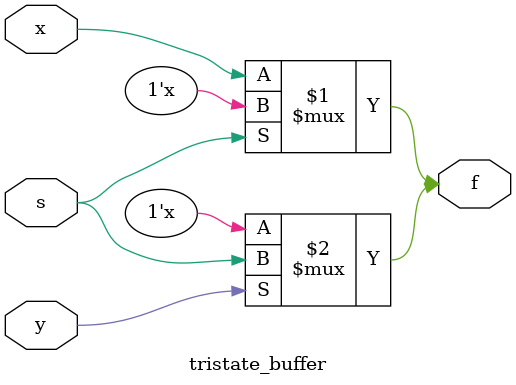
<source format=v>
`timescale 1ns / 1ps


module tristate_buffer(
input x,y,s,
output f);

bufif0 buff_1(f,x,s);
bufif1 buff_2(f,s,y);
endmodule



</source>
